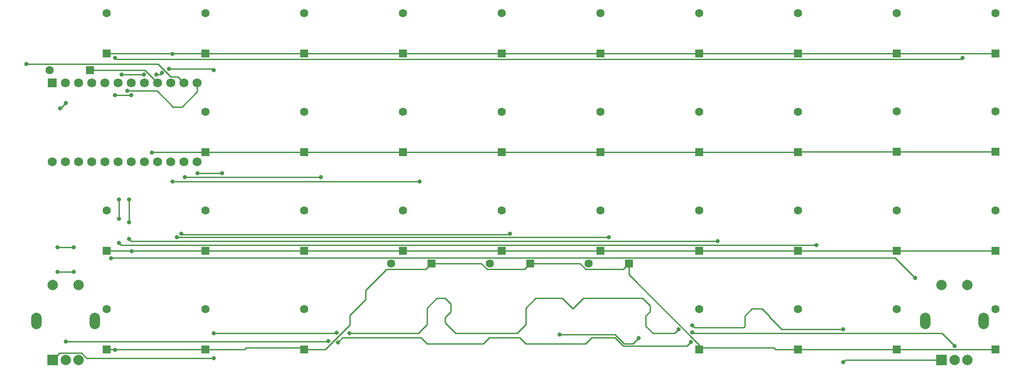
<source format=gtl>
G04 #@! TF.GenerationSoftware,KiCad,Pcbnew,(6.0.4-0)*
G04 #@! TF.CreationDate,2022-07-18T19:19:47-05:00*
G04 #@! TF.ProjectId,banime40,62616e69-6d65-4343-902e-6b696361645f,rev?*
G04 #@! TF.SameCoordinates,Original*
G04 #@! TF.FileFunction,Copper,L1,Top*
G04 #@! TF.FilePolarity,Positive*
%FSLAX46Y46*%
G04 Gerber Fmt 4.6, Leading zero omitted, Abs format (unit mm)*
G04 Created by KiCad (PCBNEW (6.0.4-0)) date 2022-07-18 19:19:47*
%MOMM*%
%LPD*%
G01*
G04 APERTURE LIST*
G04 #@! TA.AperFunction,ComponentPad*
%ADD10R,1.600000X1.600000*%
G04 #@! TD*
G04 #@! TA.AperFunction,ComponentPad*
%ADD11C,1.600000*%
G04 #@! TD*
G04 #@! TA.AperFunction,WasherPad*
%ADD12O,2.000000X3.200000*%
G04 #@! TD*
G04 #@! TA.AperFunction,ComponentPad*
%ADD13R,2.000000X2.000000*%
G04 #@! TD*
G04 #@! TA.AperFunction,ComponentPad*
%ADD14C,2.000000*%
G04 #@! TD*
G04 #@! TA.AperFunction,ComponentPad*
%ADD15R,1.752600X1.752600*%
G04 #@! TD*
G04 #@! TA.AperFunction,ComponentPad*
%ADD16C,1.752600*%
G04 #@! TD*
G04 #@! TA.AperFunction,ViaPad*
%ADD17C,0.800000*%
G04 #@! TD*
G04 #@! TA.AperFunction,Conductor*
%ADD18C,0.250000*%
G04 #@! TD*
G04 APERTURE END LIST*
D10*
G04 #@! TO.P,D1,1,K*
G04 #@! TO.N,/row_0*
X231775000Y-63431250D03*
D11*
G04 #@! TO.P,D1,2,A*
G04 #@! TO.N,Net-(D1-Pad2)*
X231775000Y-55631250D03*
G04 #@! TD*
D10*
G04 #@! TO.P,D2,1,K*
G04 #@! TO.N,/row_0*
X212725000Y-63431250D03*
D11*
G04 #@! TO.P,D2,2,A*
G04 #@! TO.N,Net-(D2-Pad2)*
X212725000Y-55631250D03*
G04 #@! TD*
D10*
G04 #@! TO.P,D3,1,K*
G04 #@! TO.N,/row_0*
X193675000Y-63431250D03*
D11*
G04 #@! TO.P,D3,2,A*
G04 #@! TO.N,Net-(D3-Pad2)*
X193675000Y-55631250D03*
G04 #@! TD*
D10*
G04 #@! TO.P,D4,1,K*
G04 #@! TO.N,/row_0*
X174625000Y-63431250D03*
D11*
G04 #@! TO.P,D4,2,A*
G04 #@! TO.N,Net-(D4-Pad2)*
X174625000Y-55631250D03*
G04 #@! TD*
D10*
G04 #@! TO.P,D5,1,K*
G04 #@! TO.N,/row_0*
X155575000Y-63431250D03*
D11*
G04 #@! TO.P,D5,2,A*
G04 #@! TO.N,Net-(D5-Pad2)*
X155575000Y-55631250D03*
G04 #@! TD*
D10*
G04 #@! TO.P,D6,1,K*
G04 #@! TO.N,/row_0*
X136525000Y-63431250D03*
D11*
G04 #@! TO.P,D6,2,A*
G04 #@! TO.N,Net-(D6-Pad2)*
X136525000Y-55631250D03*
G04 #@! TD*
D10*
G04 #@! TO.P,D7,1,K*
G04 #@! TO.N,/row_0*
X117475000Y-63431250D03*
D11*
G04 #@! TO.P,D7,2,A*
G04 #@! TO.N,Net-(D7-Pad2)*
X117475000Y-55631250D03*
G04 #@! TD*
D10*
G04 #@! TO.P,D8,1,K*
G04 #@! TO.N,/row_0*
X98425000Y-63431250D03*
D11*
G04 #@! TO.P,D8,2,A*
G04 #@! TO.N,Net-(D8-Pad2)*
X98425000Y-55631250D03*
G04 #@! TD*
D10*
G04 #@! TO.P,D9,1,K*
G04 #@! TO.N,/row_0*
X79375000Y-63431250D03*
D11*
G04 #@! TO.P,D9,2,A*
G04 #@! TO.N,Net-(D9-Pad2)*
X79375000Y-55631250D03*
G04 #@! TD*
D10*
G04 #@! TO.P,D10,1,K*
G04 #@! TO.N,/row_0*
X60325000Y-63431250D03*
D11*
G04 #@! TO.P,D10,2,A*
G04 #@! TO.N,Net-(D10-Pad2)*
X60325000Y-55631250D03*
G04 #@! TD*
D10*
G04 #@! TO.P,D11,1,K*
G04 #@! TO.N,/row_1*
X231775000Y-82362500D03*
D11*
G04 #@! TO.P,D11,2,A*
G04 #@! TO.N,Net-(D11-Pad2)*
X231775000Y-74562500D03*
G04 #@! TD*
D10*
G04 #@! TO.P,D12,1,K*
G04 #@! TO.N,/row_1*
X212725000Y-82362500D03*
D11*
G04 #@! TO.P,D12,2,A*
G04 #@! TO.N,Net-(D12-Pad2)*
X212725000Y-74562500D03*
G04 #@! TD*
D10*
G04 #@! TO.P,D13,1,K*
G04 #@! TO.N,/row_1*
X193675000Y-82481250D03*
D11*
G04 #@! TO.P,D13,2,A*
G04 #@! TO.N,Net-(D13-Pad2)*
X193675000Y-74681250D03*
G04 #@! TD*
D10*
G04 #@! TO.P,D14,1,K*
G04 #@! TO.N,/row_1*
X174625000Y-82481250D03*
D11*
G04 #@! TO.P,D14,2,A*
G04 #@! TO.N,Net-(D14-Pad2)*
X174625000Y-74681250D03*
G04 #@! TD*
D10*
G04 #@! TO.P,D15,1,K*
G04 #@! TO.N,/row_1*
X155575000Y-82481250D03*
D11*
G04 #@! TO.P,D15,2,A*
G04 #@! TO.N,Net-(D15-Pad2)*
X155575000Y-74681250D03*
G04 #@! TD*
D10*
G04 #@! TO.P,D16,1,K*
G04 #@! TO.N,/row_1*
X136525000Y-82481250D03*
D11*
G04 #@! TO.P,D16,2,A*
G04 #@! TO.N,Net-(D16-Pad2)*
X136525000Y-74681250D03*
G04 #@! TD*
D10*
G04 #@! TO.P,D17,1,K*
G04 #@! TO.N,/row_1*
X117475000Y-82481250D03*
D11*
G04 #@! TO.P,D17,2,A*
G04 #@! TO.N,Net-(D17-Pad2)*
X117475000Y-74681250D03*
G04 #@! TD*
D10*
G04 #@! TO.P,D18,1,K*
G04 #@! TO.N,/row_1*
X98425000Y-82481250D03*
D11*
G04 #@! TO.P,D18,2,A*
G04 #@! TO.N,Net-(D18-Pad2)*
X98425000Y-74681250D03*
G04 #@! TD*
D10*
G04 #@! TO.P,D19,1,K*
G04 #@! TO.N,/row_1*
X79375000Y-82481250D03*
D11*
G04 #@! TO.P,D19,2,A*
G04 #@! TO.N,Net-(D19-Pad2)*
X79375000Y-74681250D03*
G04 #@! TD*
D10*
G04 #@! TO.P,D20,1,K*
G04 #@! TO.N,/row_1*
X57081250Y-66675000D03*
D11*
G04 #@! TO.P,D20,2,A*
G04 #@! TO.N,Net-(D20-Pad2)*
X49281250Y-66675000D03*
G04 #@! TD*
D10*
G04 #@! TO.P,D21,1,K*
G04 #@! TO.N,/row_2*
X231775000Y-101531250D03*
D11*
G04 #@! TO.P,D21,2,A*
G04 #@! TO.N,Net-(D21-Pad2)*
X231775000Y-93731250D03*
G04 #@! TD*
D10*
G04 #@! TO.P,D22,1,K*
G04 #@! TO.N,/row_2*
X212725000Y-101531250D03*
D11*
G04 #@! TO.P,D22,2,A*
G04 #@! TO.N,Net-(D22-Pad2)*
X212725000Y-93731250D03*
G04 #@! TD*
D10*
G04 #@! TO.P,D23,1,K*
G04 #@! TO.N,/row_2*
X193675000Y-101531250D03*
D11*
G04 #@! TO.P,D23,2,A*
G04 #@! TO.N,Net-(D23-Pad2)*
X193675000Y-93731250D03*
G04 #@! TD*
D10*
G04 #@! TO.P,D24,1,K*
G04 #@! TO.N,/row_2*
X174625000Y-101531250D03*
D11*
G04 #@! TO.P,D24,2,A*
G04 #@! TO.N,Net-(D24-Pad2)*
X174625000Y-93731250D03*
G04 #@! TD*
D10*
G04 #@! TO.P,D25,1,K*
G04 #@! TO.N,/row_2*
X155575000Y-101531250D03*
D11*
G04 #@! TO.P,D25,2,A*
G04 #@! TO.N,Net-(D25-Pad2)*
X155575000Y-93731250D03*
G04 #@! TD*
D10*
G04 #@! TO.P,D26,1,K*
G04 #@! TO.N,/row_2*
X136525000Y-101531250D03*
D11*
G04 #@! TO.P,D26,2,A*
G04 #@! TO.N,Net-(D26-Pad2)*
X136525000Y-93731250D03*
G04 #@! TD*
D10*
G04 #@! TO.P,D27,1,K*
G04 #@! TO.N,/row_2*
X117475000Y-101531250D03*
D11*
G04 #@! TO.P,D27,2,A*
G04 #@! TO.N,Net-(D27-Pad2)*
X117475000Y-93731250D03*
G04 #@! TD*
D10*
G04 #@! TO.P,D28,1,K*
G04 #@! TO.N,/row_2*
X98425000Y-101531250D03*
D11*
G04 #@! TO.P,D28,2,A*
G04 #@! TO.N,Net-(D28-Pad2)*
X98425000Y-93731250D03*
G04 #@! TD*
D10*
G04 #@! TO.P,D29,1,K*
G04 #@! TO.N,/row_2*
X79375000Y-101531250D03*
D11*
G04 #@! TO.P,D29,2,A*
G04 #@! TO.N,Net-(D29-Pad2)*
X79375000Y-93731250D03*
G04 #@! TD*
D10*
G04 #@! TO.P,D30,1,K*
G04 #@! TO.N,/row_2*
X60325000Y-101531250D03*
D11*
G04 #@! TO.P,D30,2,A*
G04 #@! TO.N,Net-(D30-Pad2)*
X60325000Y-93731250D03*
G04 #@! TD*
D10*
G04 #@! TO.P,D31,1,K*
G04 #@! TO.N,/row_3*
X231775000Y-120581250D03*
D11*
G04 #@! TO.P,D31,2,A*
G04 #@! TO.N,Net-(D31-Pad2)*
X231775000Y-112781250D03*
G04 #@! TD*
D10*
G04 #@! TO.P,D32,1,K*
G04 #@! TO.N,/row_3*
X212725000Y-120581250D03*
D11*
G04 #@! TO.P,D32,2,A*
G04 #@! TO.N,Net-(D32-Pad2)*
X212725000Y-112781250D03*
G04 #@! TD*
D10*
G04 #@! TO.P,D33,1,K*
G04 #@! TO.N,/row_3*
X193675000Y-120581250D03*
D11*
G04 #@! TO.P,D33,2,A*
G04 #@! TO.N,Net-(D33-Pad2)*
X193675000Y-112781250D03*
G04 #@! TD*
D10*
G04 #@! TO.P,D34,1,K*
G04 #@! TO.N,/row_3*
X174625000Y-120581250D03*
D11*
G04 #@! TO.P,D34,2,A*
G04 #@! TO.N,Net-(D34-Pad2)*
X174625000Y-112781250D03*
G04 #@! TD*
D10*
G04 #@! TO.P,D35,1,K*
G04 #@! TO.N,/row_3*
X161062500Y-103981250D03*
D11*
G04 #@! TO.P,D35,2,A*
G04 #@! TO.N,Net-(D35-Pad2)*
X153262500Y-103981250D03*
G04 #@! TD*
D10*
G04 #@! TO.P,D36,1,K*
G04 #@! TO.N,/row_3*
X142012500Y-103981250D03*
D11*
G04 #@! TO.P,D36,2,A*
G04 #@! TO.N,Net-(D36-Pad2)*
X134212500Y-103981250D03*
G04 #@! TD*
D10*
G04 #@! TO.P,D37,1,K*
G04 #@! TO.N,/row_3*
X122962500Y-103981250D03*
D11*
G04 #@! TO.P,D37,2,A*
G04 #@! TO.N,Net-(D37-Pad2)*
X115162500Y-103981250D03*
G04 #@! TD*
D10*
G04 #@! TO.P,D38,1,K*
G04 #@! TO.N,/row_3*
X98425000Y-120581250D03*
D11*
G04 #@! TO.P,D38,2,A*
G04 #@! TO.N,Net-(D38-Pad2)*
X98425000Y-112781250D03*
G04 #@! TD*
D10*
G04 #@! TO.P,D39,1,K*
G04 #@! TO.N,/row_3*
X79375000Y-120581250D03*
D11*
G04 #@! TO.P,D39,2,A*
G04 #@! TO.N,Net-(D39-Pad2)*
X79375000Y-112781250D03*
G04 #@! TD*
D10*
G04 #@! TO.P,D40,1,K*
G04 #@! TO.N,/row_3*
X60325000Y-120581250D03*
D11*
G04 #@! TO.P,D40,2,A*
G04 #@! TO.N,Net-(D40-Pad2)*
X60325000Y-112781250D03*
G04 #@! TD*
D12*
G04 #@! TO.P,SW46,*
G04 #@! TO.N,*
X218237500Y-115093750D03*
X229437500Y-115093750D03*
D13*
G04 #@! TO.P,SW46,A,A*
G04 #@! TO.N,pad_a1*
X221337500Y-122593750D03*
D14*
G04 #@! TO.P,SW46,B,B*
G04 #@! TO.N,pad_b1*
X226337500Y-122593750D03*
G04 #@! TO.P,SW46,C,C*
G04 #@! TO.N,gnd*
X223837500Y-122593750D03*
G04 #@! TO.P,SW46,S1,S1*
G04 #@! TO.N,Net-(D31-Pad2)*
X226337500Y-108093750D03*
G04 #@! TO.P,SW46,S2,S2*
G04 #@! TO.N,/col_0*
X221337500Y-108093750D03*
G04 #@! TD*
D12*
G04 #@! TO.P,SW47,*
G04 #@! TO.N,*
X46787500Y-115093750D03*
X57987500Y-115093750D03*
D13*
G04 #@! TO.P,SW47,A,A*
G04 #@! TO.N,pad_a1*
X49887500Y-122593750D03*
D14*
G04 #@! TO.P,SW47,B,B*
G04 #@! TO.N,pad_b2*
X54887500Y-122593750D03*
G04 #@! TO.P,SW47,C,C*
G04 #@! TO.N,gnd*
X52387500Y-122593750D03*
G04 #@! TO.P,SW47,S1,S1*
G04 #@! TO.N,Net-(D40-Pad2)*
X54887500Y-108093750D03*
G04 #@! TO.P,SW47,S2,S2*
G04 #@! TO.N,/col_9*
X49887500Y-108093750D03*
G04 #@! TD*
D15*
G04 #@! TO.P,U1,1,TX0/PD3*
G04 #@! TO.N,unconnected-(U1-Pad1)*
X49830000Y-69130000D03*
D16*
G04 #@! TO.P,U1,2,RX1/PD2*
G04 #@! TO.N,pad_b2*
X52370000Y-69130000D03*
G04 #@! TO.P,U1,3,GND*
G04 #@! TO.N,unconnected-(U1-Pad3)*
X54910000Y-69130000D03*
G04 #@! TO.P,U1,4,GND*
G04 #@! TO.N,unconnected-(U1-Pad4)*
X57450000Y-69130000D03*
G04 #@! TO.P,U1,5,2/PD1*
G04 #@! TO.N,pad_b1*
X59990000Y-69130000D03*
G04 #@! TO.P,U1,6,3/PD0*
G04 #@! TO.N,pad_a1*
X62530000Y-69130000D03*
G04 #@! TO.P,U1,7,4/PD4*
G04 #@! TO.N,/row_3*
X65070000Y-69130000D03*
G04 #@! TO.P,U1,8,5/PC6*
G04 #@! TO.N,/row_2*
X67610000Y-69130000D03*
G04 #@! TO.P,U1,9,6/PD7*
G04 #@! TO.N,/row_1*
X70150000Y-69130000D03*
G04 #@! TO.P,U1,10,7/PE6*
G04 #@! TO.N,/row_0*
X72690000Y-69130000D03*
G04 #@! TO.P,U1,11,8/PB4*
G04 #@! TO.N,/col_9*
X75230000Y-69130000D03*
G04 #@! TO.P,U1,12,9/PB5*
G04 #@! TO.N,/col_8*
X77770000Y-69130000D03*
G04 #@! TO.P,U1,13,10/PB6*
G04 #@! TO.N,/col_7*
X77770000Y-84370000D03*
G04 #@! TO.P,U1,14,16/PB2*
G04 #@! TO.N,/col_6*
X75230000Y-84370000D03*
G04 #@! TO.P,U1,15,14/PB3*
G04 #@! TO.N,/col_5*
X72690000Y-84370000D03*
G04 #@! TO.P,U1,16,15/PB1*
G04 #@! TO.N,/col_4*
X70150000Y-84370000D03*
G04 #@! TO.P,U1,17,A0/PF7*
G04 #@! TO.N,/col_3*
X67610000Y-84370000D03*
G04 #@! TO.P,U1,18,A1/PF6*
G04 #@! TO.N,/col_2*
X65070000Y-84370000D03*
G04 #@! TO.P,U1,19,A2/PF5*
G04 #@! TO.N,/col_1*
X62530000Y-84370000D03*
G04 #@! TO.P,U1,20,A3/PF4*
G04 #@! TO.N,/col_0*
X59990000Y-84370000D03*
G04 #@! TO.P,U1,21,VCC*
G04 #@! TO.N,unconnected-(U1-Pad21)*
X57450000Y-84370000D03*
G04 #@! TO.P,U1,22,RST*
G04 #@! TO.N,unconnected-(U1-Pad22)*
X54910000Y-84370000D03*
G04 #@! TO.P,U1,23,GND*
G04 #@! TO.N,gnd*
X52370000Y-84370000D03*
G04 #@! TO.P,U1,24,RAW*
G04 #@! TO.N,unconnected-(U1-Pad24)*
X49830000Y-84370000D03*
G04 #@! TD*
D17*
G04 #@! TO.N,/row_0*
X73025000Y-63500000D03*
G04 #@! TO.N,/row_2*
X65087500Y-101600000D03*
G04 #@! TO.N,/row_3*
X61912500Y-120650000D03*
X61912500Y-71437500D03*
X65077499Y-71437500D03*
G04 #@! TO.N,/col_0*
X216277500Y-106778750D03*
X61118750Y-102931252D03*
G04 #@! TO.N,/col_1*
X62706250Y-95353752D03*
X197227500Y-100390000D03*
X62706250Y-100012500D03*
X62706250Y-91653748D03*
G04 #@! TO.N,/col_2*
X64593699Y-96043750D03*
X178177500Y-99635000D03*
X64593699Y-91653748D03*
X64593699Y-99218750D03*
G04 #@! TO.N,/col_3*
X157162500Y-98910000D03*
X73818750Y-98910000D03*
G04 #@! TO.N,/col_4*
X74672067Y-98185000D03*
X162946068Y-118351411D03*
X138112500Y-98185000D03*
X147637500Y-117687653D03*
G04 #@! TO.N,/col_5*
X120650000Y-88106250D03*
X73025000Y-88106250D03*
G04 #@! TO.N,/col_6*
X75406250Y-87312500D03*
X101600000Y-87312500D03*
G04 #@! TO.N,/col_7*
X77787500Y-86518750D03*
X82550000Y-86518750D03*
G04 #@! TO.N,/col_8*
X64293750Y-70643750D03*
G04 #@! TO.N,/col_9*
X44827500Y-65465000D03*
G04 #@! TO.N,gnd*
X173235257Y-117277243D03*
G04 #@! TO.N,Net-(SW44-Pad2)*
X50800000Y-100806250D03*
G04 #@! TO.N,gnd*
X52387500Y-119062500D03*
X223837500Y-119856250D03*
G04 #@! TO.N,Net-(SW44-Pad2)*
X53975000Y-100806250D03*
G04 #@! TO.N,gnd*
X173004409Y-119095591D03*
X103072076Y-118947076D03*
X104890424Y-119177924D03*
G04 #@! TO.N,pad_a1*
X70925201Y-67187299D03*
X63153000Y-67468750D03*
X173239763Y-115878373D03*
X69850000Y-67468750D03*
X67466450Y-67471050D03*
X170623159Y-116714341D03*
X80962500Y-122237500D03*
X80962500Y-66675000D03*
X72300500Y-66367381D03*
X202406250Y-123031250D03*
X80962500Y-117475000D03*
X107156250Y-117475000D03*
X202406250Y-116681250D03*
X104659576Y-117359576D03*
G04 #@! TO.N,/row_1*
X69056250Y-82550000D03*
G04 #@! TO.N,pad_b1*
X225425000Y-64293750D03*
X61912500Y-64293750D03*
G04 #@! TO.N,pad_b2*
X52394374Y-73007377D03*
X51303018Y-73965219D03*
G04 #@! TO.N,gnd*
X53975000Y-105568750D03*
X50800000Y-105568750D03*
G04 #@! TD*
D18*
G04 #@! TO.N,/row_0*
X60325000Y-63431250D02*
X72956250Y-63431250D01*
X72956250Y-63431250D02*
X231775000Y-63431250D01*
X72956250Y-63431250D02*
X73025000Y-63500000D01*
G04 #@! TO.N,/row_2*
X65018750Y-101531250D02*
X114377502Y-101531250D01*
X114377502Y-101531250D02*
X231775000Y-101531250D01*
X60325000Y-101531250D02*
X65018750Y-101531250D01*
X65018750Y-101531250D02*
X65087500Y-101600000D01*
G04 #@! TO.N,/row_3*
X98425000Y-120581250D02*
X102462500Y-120581250D01*
X98073499Y-120229749D02*
X98425000Y-120581250D01*
X86873478Y-120581250D02*
X87224979Y-120229749D01*
X142012500Y-103981250D02*
X151597498Y-103981250D01*
X60325000Y-120581250D02*
X61981250Y-120581250D01*
X159937499Y-105106251D02*
X161062500Y-103981250D01*
X174976501Y-120229749D02*
X174625000Y-120581250D01*
X61981250Y-120581250D02*
X61912500Y-120650000D01*
X231775000Y-120581250D02*
X189351522Y-120581250D01*
X152722499Y-105106251D02*
X159937499Y-105106251D01*
X140887499Y-105106251D02*
X142012500Y-103981250D01*
X107218599Y-115825151D02*
X107218599Y-113980677D01*
X151597498Y-103981250D02*
X152722499Y-105106251D01*
X107218599Y-113980677D02*
X110252499Y-110946777D01*
X161062500Y-106129084D02*
X174625000Y-119691584D01*
X189000021Y-120229749D02*
X174976501Y-120229749D01*
X133672499Y-105106251D02*
X140887499Y-105106251D01*
X65077499Y-71437500D02*
X61912500Y-71437500D01*
X132547498Y-103981250D02*
X133672499Y-105106251D01*
X122962500Y-103981250D02*
X132547498Y-103981250D01*
X174625000Y-119691584D02*
X174625000Y-120581250D01*
X61981250Y-120581250D02*
X86873478Y-120581250D01*
X121837499Y-105106251D02*
X122962500Y-103981250D01*
X110252499Y-109137749D02*
X114283997Y-105106251D01*
X102462500Y-120581250D02*
X107218599Y-115825151D01*
X161062500Y-103981250D02*
X161062500Y-106129084D01*
X87224979Y-120229749D02*
X98073499Y-120229749D01*
X189351522Y-120581250D02*
X189000021Y-120229749D01*
X114283997Y-105106251D02*
X121837499Y-105106251D01*
X110252499Y-110946777D02*
X110252499Y-109137749D01*
G04 #@! TO.N,/col_0*
X61193753Y-102856249D02*
X61118750Y-102931252D01*
X216277500Y-106778750D02*
X212354999Y-102856249D01*
X212354999Y-102856249D02*
X61193753Y-102856249D01*
G04 #@! TO.N,/col_1*
X62706250Y-95353752D02*
X62706250Y-91653748D01*
X63083750Y-100390000D02*
X62706250Y-100012500D01*
X197227500Y-100390000D02*
X63083750Y-100390000D01*
G04 #@! TO.N,/col_2*
X64593699Y-96043750D02*
X64593699Y-91653748D01*
X65009949Y-99635000D02*
X64593699Y-99218750D01*
X178177500Y-99635000D02*
X65009949Y-99635000D01*
G04 #@! TO.N,/col_3*
X157162500Y-98910000D02*
X73818750Y-98910000D01*
G04 #@! TO.N,/col_4*
X160096499Y-119458751D02*
X161838728Y-119458751D01*
X137934849Y-98362651D02*
X74849718Y-98362651D01*
X161838728Y-119458751D02*
X162946068Y-118351411D01*
X74849718Y-98362651D02*
X74672067Y-98185000D01*
X147637500Y-117687653D02*
X158325401Y-117687653D01*
X138112500Y-98185000D02*
X137934849Y-98362651D01*
X158325401Y-117687653D02*
X160096499Y-119458751D01*
G04 #@! TO.N,/col_5*
X120650000Y-88106250D02*
X73025000Y-88106250D01*
G04 #@! TO.N,/col_6*
X101600000Y-87312500D02*
X75406250Y-87312500D01*
G04 #@! TO.N,/col_7*
X82550000Y-86518750D02*
X77787500Y-86518750D01*
G04 #@! TO.N,/col_8*
X70006498Y-70643750D02*
X73101499Y-73738751D01*
X64293750Y-70643750D02*
X70006498Y-70643750D01*
X73101499Y-73738751D02*
X74853501Y-73738751D01*
X77770000Y-70822252D02*
X77770000Y-69130000D01*
X74853501Y-73738751D02*
X77770000Y-70822252D01*
G04 #@! TO.N,/col_9*
X70227500Y-65465000D02*
X72691199Y-67928699D01*
X44827500Y-65465000D02*
X70227500Y-65465000D01*
X74028699Y-67928699D02*
X75230000Y-69130000D01*
X72691199Y-67928699D02*
X74028699Y-67928699D01*
G04 #@! TO.N,gnd*
X141146047Y-119508271D02*
X152637005Y-119508271D01*
X134113271Y-118299229D02*
X139937005Y-118299229D01*
X105769119Y-118299229D02*
X120887005Y-118299229D01*
X104890424Y-119177924D02*
X105769119Y-118299229D01*
X102956652Y-119062500D02*
X103072076Y-118947076D01*
X52387500Y-119062500D02*
X102956652Y-119062500D01*
X153846047Y-118299229D02*
X158301259Y-118299229D01*
X132904229Y-119508271D02*
X134113271Y-118299229D01*
G04 #@! TO.N,Net-(SW44-Pad2)*
X50800000Y-100806250D02*
X53975000Y-100806250D01*
G04 #@! TO.N,gnd*
X173235257Y-117277243D02*
X173420185Y-117462171D01*
X152637005Y-119508271D02*
X153846047Y-118299229D01*
X158301259Y-118299229D02*
X159910302Y-119908271D01*
X139937005Y-118299229D02*
X141146047Y-119508271D01*
X122096047Y-119508271D02*
X132904229Y-119508271D01*
X120887005Y-118299229D02*
X122096047Y-119508271D01*
X159910302Y-119908271D02*
X172191729Y-119908271D01*
X173420185Y-117462171D02*
X221443421Y-117462171D01*
X221443421Y-117462171D02*
X223837500Y-119856250D01*
X172191729Y-119908271D02*
X173004409Y-119095591D01*
G04 #@! TO.N,pad_a1*
X55436132Y-121269239D02*
X51212011Y-121269239D01*
X173680561Y-116319171D02*
X183124691Y-116319171D01*
X125553953Y-115409657D02*
X127619296Y-117475000D01*
X165100000Y-112118862D02*
X165100000Y-113287217D01*
X190500000Y-116681250D02*
X202406250Y-116681250D01*
X80962500Y-122237500D02*
X56404393Y-122237500D01*
X70643750Y-67468750D02*
X70925201Y-67187299D01*
X127619296Y-117475000D02*
X139430276Y-117475000D01*
X80962500Y-117475000D02*
X104544152Y-117475000D01*
X125553953Y-114428271D02*
X125553953Y-115409657D01*
X56404393Y-122237500D02*
X55436132Y-121269239D01*
X67464150Y-67468750D02*
X67466450Y-67471050D01*
X183369079Y-116074783D02*
X183369079Y-114112717D01*
X173239763Y-115878373D02*
X173680561Y-116319171D01*
X148192005Y-110679229D02*
X150238105Y-112725329D01*
X80654881Y-66367381D02*
X80962500Y-66675000D01*
X63153000Y-67468750D02*
X67464150Y-67468750D01*
X165719296Y-117475000D02*
X169862500Y-117475000D01*
X120380276Y-117475000D02*
X122096047Y-115759229D01*
X139430276Y-117475000D02*
X141146047Y-115759229D01*
X104544152Y-117475000D02*
X104659576Y-117359576D01*
X164306250Y-116061954D02*
X165719296Y-117475000D01*
X126652021Y-113330203D02*
X125553953Y-114428271D01*
X143051047Y-110679229D02*
X148192005Y-110679229D01*
X183124691Y-116319171D02*
X183369079Y-116074783D01*
X125553953Y-110679229D02*
X126652021Y-111777297D01*
X163660367Y-110679229D02*
X165100000Y-112118862D01*
X69850000Y-67468750D02*
X70643750Y-67468750D01*
X183369079Y-114112717D02*
X184756467Y-112725329D01*
X152284205Y-110679229D02*
X163660367Y-110679229D01*
X169862500Y-117475000D02*
X170623159Y-116714341D01*
X122096047Y-115759229D02*
X122096047Y-112584229D01*
X188105921Y-114287171D02*
X190500000Y-116681250D01*
X150238105Y-112725329D02*
X152284205Y-110679229D01*
X165100000Y-113287217D02*
X164306250Y-114080967D01*
X107156250Y-117475000D02*
X120380276Y-117475000D01*
X141146047Y-112584229D02*
X143051047Y-110679229D01*
X202406250Y-123031250D02*
X202843750Y-122593750D01*
X126652021Y-111777297D02*
X126652021Y-113330203D01*
X122096047Y-112584229D02*
X124001047Y-110679229D01*
X141146047Y-115759229D02*
X141146047Y-112584229D01*
X124001047Y-110679229D02*
X125553953Y-110679229D01*
X184756467Y-112725329D02*
X186718533Y-112725329D01*
X186718533Y-112725329D02*
X188105921Y-114112717D01*
X202843750Y-122593750D02*
X221337500Y-122593750D01*
X72300500Y-66367381D02*
X80654881Y-66367381D01*
X51212011Y-121269239D02*
X49887500Y-122593750D01*
X188105921Y-114112717D02*
X188105921Y-114287171D01*
X164306250Y-114080967D02*
X164306250Y-116061954D01*
G04 #@! TO.N,/row_1*
X79375000Y-82481250D02*
X69125000Y-82481250D01*
X67695000Y-66675000D02*
X70150000Y-69130000D01*
X231775000Y-82362500D02*
X212725000Y-82362500D01*
X212725000Y-82362500D02*
X193793750Y-82362500D01*
X193675000Y-82481250D02*
X79375000Y-82481250D01*
X193793750Y-82362500D02*
X193675000Y-82481250D01*
X69125000Y-82481250D02*
X69056250Y-82550000D01*
X57081250Y-66675000D02*
X67695000Y-66675000D01*
G04 #@! TO.N,pad_b1*
X62174511Y-64555761D02*
X225162989Y-64555761D01*
X225162989Y-64555761D02*
X225425000Y-64293750D01*
X61912500Y-64293750D02*
X62174511Y-64555761D01*
G04 #@! TO.N,pad_b2*
X51436532Y-73965219D02*
X52394374Y-73007377D01*
X51303018Y-73965219D02*
X51436532Y-73965219D01*
G04 #@! TO.N,gnd*
X50800000Y-105568750D02*
X53975000Y-105568750D01*
G04 #@! TD*
M02*

</source>
